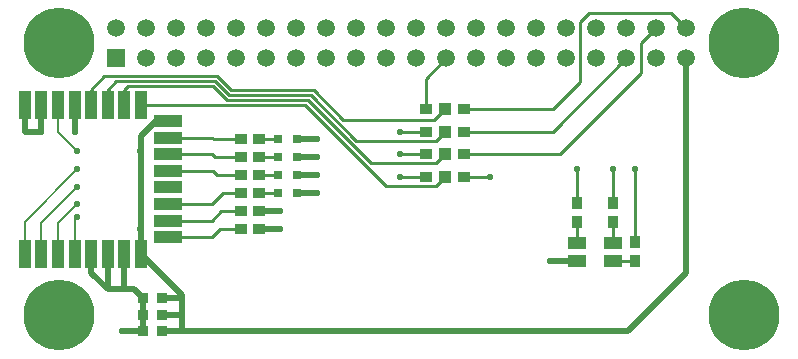
<source format=gtl>
G04 Layer_Physical_Order=1*
G04 Layer_Color=255*
%FSLAX25Y25*%
%MOIN*%
G70*
G01*
G75*
%ADD10R,0.03150X0.03150*%
%ADD11R,0.03937X0.03740*%
%ADD12R,0.03740X0.03543*%
%ADD13R,0.03937X0.03937*%
%ADD14R,0.05905X0.04331*%
%ADD15R,0.03740X0.03937*%
%ADD16R,0.03937X0.09646*%
%ADD17R,0.09646X0.03937*%
%ADD18C,0.02000*%
%ADD19C,0.01000*%
%ADD20C,0.00800*%
%ADD21C,0.23622*%
%ADD22R,0.05905X0.05905*%
%ADD23C,0.05905*%
%ADD24C,0.02200*%
D10*
X93150Y72500D02*
D03*
X86850D02*
D03*
X93150Y66500D02*
D03*
X86850D02*
D03*
X93150Y60500D02*
D03*
X86850D02*
D03*
X93150Y54500D02*
D03*
X86850D02*
D03*
D11*
X74350Y72500D02*
D03*
X80650D02*
D03*
X80650Y42500D02*
D03*
X74350D02*
D03*
X80650Y48500D02*
D03*
X74350D02*
D03*
X74350Y54500D02*
D03*
X80650D02*
D03*
X74350Y60500D02*
D03*
X80650D02*
D03*
X74350Y66500D02*
D03*
X80650D02*
D03*
X136201Y82500D02*
D03*
X148799Y82500D02*
D03*
X136201Y75000D02*
D03*
X148799Y75000D02*
D03*
Y67500D02*
D03*
X136201Y67500D02*
D03*
X148799Y60000D02*
D03*
X136201Y60000D02*
D03*
D12*
X41850Y8500D02*
D03*
X48150D02*
D03*
X41850Y14000D02*
D03*
X48150D02*
D03*
X41850Y19500D02*
D03*
X48150D02*
D03*
D13*
X142500Y82500D02*
D03*
Y75000D02*
D03*
Y67500D02*
D03*
Y60000D02*
D03*
D14*
X198406Y37953D02*
D03*
Y32047D02*
D03*
X186594D02*
D03*
Y37953D02*
D03*
D15*
X186500Y51150D02*
D03*
Y44850D02*
D03*
X198500Y44850D02*
D03*
Y51150D02*
D03*
X206000Y31850D02*
D03*
Y38150D02*
D03*
D16*
X2476Y84000D02*
D03*
X7988D02*
D03*
X13500D02*
D03*
X19012D02*
D03*
X24524D02*
D03*
X30035D02*
D03*
X35547Y84000D02*
D03*
X41059D02*
D03*
X41059Y34433D02*
D03*
X35547D02*
D03*
X30035D02*
D03*
X24524D02*
D03*
X19012D02*
D03*
X13500D02*
D03*
X7988D02*
D03*
X2476D02*
D03*
D17*
X50094Y78508D02*
D03*
Y72996D02*
D03*
Y67484D02*
D03*
Y61972D02*
D03*
Y56461D02*
D03*
Y50949D02*
D03*
Y45437D02*
D03*
Y39925D02*
D03*
D18*
X41059Y34433D02*
Y68500D01*
Y73559D01*
X2476Y75024D02*
Y84000D01*
X24524Y27976D02*
Y34433D01*
X30035Y22465D02*
Y34433D01*
X24524Y27976D02*
X30035Y22465D01*
X35547D01*
X38886D01*
X35547D02*
Y34433D01*
X38886Y22465D02*
X41850Y19500D01*
Y14000D02*
Y19500D01*
Y8500D02*
Y14000D01*
X35000Y8500D02*
X41850D01*
X48150Y19500D02*
X55000D01*
X48150Y14000D02*
X55000D01*
X48150Y8500D02*
X55000D01*
X80650Y42500D02*
X87500D01*
X80650Y48500D02*
X87500D01*
X93150Y72500D02*
X100000D01*
X93150Y66500D02*
X100000D01*
X93150Y60500D02*
X100000D01*
X93150Y54500D02*
X100000D01*
X177547Y32047D02*
X186594D01*
X177500Y32000D02*
X177547Y32047D01*
X223000Y28000D02*
Y99500D01*
X203500Y8500D02*
X223000Y28000D01*
X55000Y8500D02*
X203500D01*
X55000D02*
Y14000D01*
Y19500D01*
X41059Y34433D02*
X55000Y20492D01*
Y19500D02*
Y20492D01*
X19012Y75024D02*
Y84000D01*
X46008Y78508D02*
X50094D01*
X41059Y73559D02*
X46008Y78508D01*
X7988Y75024D02*
Y84000D01*
X2476Y75024D02*
X7988D01*
D19*
X35547Y84000D02*
Y89047D01*
X36800Y90300D01*
X30035Y84000D02*
Y89035D01*
X32900Y91900D01*
X24524Y84000D02*
Y89024D01*
X29000Y93500D01*
X65984Y66500D02*
X74350D01*
X65000Y67484D02*
X65984Y66500D01*
X50094Y67484D02*
X65000D01*
X65496Y72500D02*
X74350D01*
X65000Y72996D02*
X65496Y72500D01*
X50094Y72996D02*
X65000D01*
X66500Y60500D02*
X74350D01*
X65028Y61972D02*
X66500Y60500D01*
X50094Y61972D02*
X65028D01*
X68500Y54500D02*
X74350D01*
X64949Y50949D02*
X68500Y54500D01*
X50094Y50949D02*
X64949D01*
X68000Y48500D02*
X74350D01*
X64937Y45437D02*
X68000Y48500D01*
X50094Y45437D02*
X64937D01*
X67500Y42500D02*
X74350D01*
X64925Y39925D02*
X67500Y42500D01*
X50094Y39925D02*
X64925D01*
X80650Y72500D02*
X86850D01*
X80650Y66500D02*
X86850D01*
X80650Y60500D02*
X86850D01*
X80650Y54500D02*
X86850D01*
X186500Y38047D02*
Y44850D01*
Y38047D02*
X186594Y37953D01*
X136201Y82500D02*
Y92701D01*
X143000Y99500D01*
X148799Y75000D02*
X178500D01*
X203000Y99500D01*
X148799Y82500D02*
X178500D01*
X187500Y91500D01*
Y111500D01*
X190500Y114500D01*
X218000D01*
X223000Y109500D01*
X208000Y104500D02*
X213000Y109500D01*
X148799Y67500D02*
X181000D01*
X208000Y94500D01*
Y104500D01*
X139500Y72000D02*
X142500Y75000D01*
X139500Y64500D02*
X142500Y67500D01*
X139000Y79000D02*
X142500Y82500D01*
X139500Y57000D02*
X142500Y60000D01*
X65175Y90300D02*
X69875Y85600D01*
X65837Y91900D02*
X70537Y87200D01*
X66500Y93500D02*
X71200Y88800D01*
X41059Y84000D02*
X96000D01*
X123000Y57000D01*
X139500D01*
X69875Y85600D02*
X96900D01*
X118000Y64500D01*
X139500D01*
X70537Y87200D02*
X97800D01*
X113000Y72000D01*
X139500D01*
X71200Y88800D02*
X98700D01*
X108500Y79000D01*
X139000D01*
X127500Y75000D02*
X136201D01*
X127500Y75000D02*
X127500Y75000D01*
Y67500D02*
X136201D01*
X127500Y67500D02*
X127500Y67500D01*
Y60000D02*
X136201D01*
X127500Y60000D02*
X127500Y60000D01*
X186500Y51150D02*
Y62500D01*
X198500Y51150D02*
Y62500D01*
X206000Y38150D02*
Y62500D01*
X198406Y37953D02*
Y44756D01*
X198500Y44850D01*
X198406Y32047D02*
X205803D01*
X206000Y31850D01*
X148799Y60000D02*
X157500D01*
X36800Y90300D02*
X65175D01*
X32900Y91900D02*
X65837D01*
X29000Y93500D02*
X66500D01*
D20*
X19012Y34433D02*
Y45512D01*
X20000Y46500D01*
X13500Y34433D02*
Y44500D01*
X7988Y34433D02*
Y44488D01*
X20000Y56500D01*
X2476Y34433D02*
Y44976D01*
X20000Y62500D01*
X13500Y75000D02*
Y84000D01*
Y75000D02*
X20000Y68500D01*
X13500Y44500D02*
X20000Y51000D01*
D21*
X242173Y104500D02*
D03*
Y13949D02*
D03*
X13827Y104500D02*
D03*
Y13949D02*
D03*
D22*
X33000Y99500D02*
D03*
D23*
X43000D02*
D03*
X53000D02*
D03*
X63000D02*
D03*
X73000D02*
D03*
X83000D02*
D03*
X93000D02*
D03*
X103000D02*
D03*
X113000D02*
D03*
X123000D02*
D03*
X133000D02*
D03*
X143000D02*
D03*
X153000D02*
D03*
X163000D02*
D03*
X173000D02*
D03*
X183000D02*
D03*
X193000D02*
D03*
X203000D02*
D03*
X213000D02*
D03*
X223000D02*
D03*
X33000Y109500D02*
D03*
X43000D02*
D03*
X53000D02*
D03*
X63000D02*
D03*
X73000D02*
D03*
X83000D02*
D03*
X93000D02*
D03*
X103000D02*
D03*
X113000D02*
D03*
X123000D02*
D03*
X133000D02*
D03*
X143000D02*
D03*
X153000D02*
D03*
X163000D02*
D03*
X173000D02*
D03*
X183000D02*
D03*
X193000D02*
D03*
X203000D02*
D03*
X213000D02*
D03*
X223000D02*
D03*
D24*
X35000Y8500D02*
D03*
X87500Y42500D02*
D03*
Y48500D02*
D03*
X100000Y72500D02*
D03*
Y66500D02*
D03*
Y60500D02*
D03*
Y54500D02*
D03*
X177500Y32000D02*
D03*
X127500Y75000D02*
D03*
Y67500D02*
D03*
Y60000D02*
D03*
X186500Y62500D02*
D03*
X198500D02*
D03*
X206000D02*
D03*
X157500Y60000D02*
D03*
X20000Y46500D02*
D03*
Y56500D02*
D03*
Y62500D02*
D03*
X7988Y75024D02*
D03*
X19012D02*
D03*
X20000Y68500D02*
D03*
X41000D02*
D03*
X20000Y51000D02*
D03*
X41000Y42500D02*
D03*
M02*

</source>
